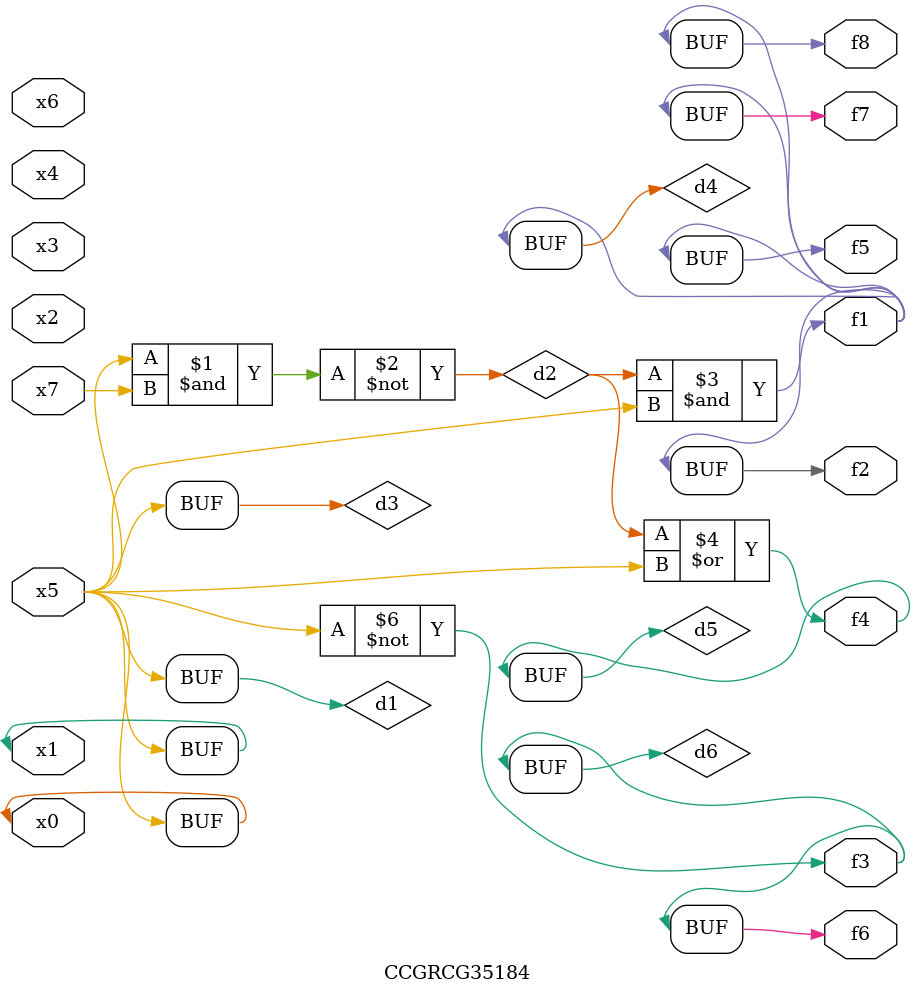
<source format=v>
module CCGRCG35184(
	input x0, x1, x2, x3, x4, x5, x6, x7,
	output f1, f2, f3, f4, f5, f6, f7, f8
);

	wire d1, d2, d3, d4, d5, d6;

	buf (d1, x0, x5);
	nand (d2, x5, x7);
	buf (d3, x0, x1);
	and (d4, d2, d3);
	or (d5, d2, d3);
	nor (d6, d1, d3);
	assign f1 = d4;
	assign f2 = d4;
	assign f3 = d6;
	assign f4 = d5;
	assign f5 = d4;
	assign f6 = d6;
	assign f7 = d4;
	assign f8 = d4;
endmodule

</source>
